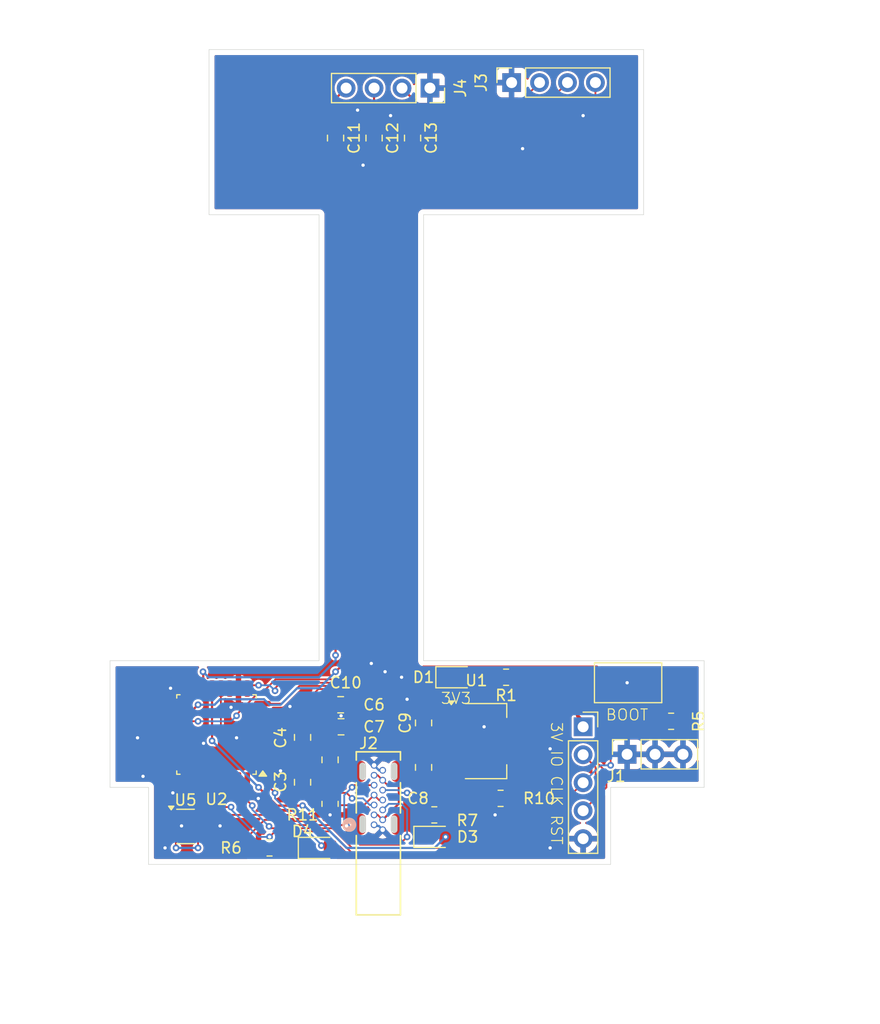
<source format=kicad_pcb>
(kicad_pcb (version 20240108) (generator "pcbnew") (generator_version "8.0")
  (layers (0 "F.Cu" signal) (31 "B.Cu" signal) (34 "B.Paste" user) (35 "F.Paste" user) (36 "B.SilkS" user "B.Silkscreen") (37 "F.SilkS" user "F.Silkscreen") (38 "B.Mask" user) (39 "F.Mask" user) (44 "Edge.Cuts" user))
  (net 0 "")
  (net 1 "VDD_3V")
  (net 2 "GND")
  (net 3 "VDDA_5V")
  (net 4 "NRST")
  (net 5 "/BTN_KEY")
  (net 6 "/BTN_HI")
  (net 7 "/BTN_LO")
  (net 8 "Net-(D1-A)")
  (net 9 "USR_LED_2")
  (net 10 "Net-(D3-K)")
  (net 11 "USR_LED_1")
  (net 12 "Net-(D4-K)")
  (net 13 "D_P")
  (net 14 "D_N")
  (net 15 "Net-(J2-CC2)")
  (net 16 "Net-(J2-CC1)")
  (net 17 "Net-(J3-Pin_3)")
  (net 18 "Net-(J3-Pin_2)")
  (net 19 "Net-(J3-Pin_4)")
  (net 20 "SWDIO")
  (net 21 "SWDCLK")
  (footprint "Resistor_SMD:R_0805_2012Metric_Pad1.20x1.40mm_HandSolder" (layer "F.Cu") (at 175.975 93.5)
    (property "Reference" "R7" (at 3 0.5 0) (layer "F.SilkS"))
    (property "Value" "5k")
    (pad "1" smd roundrect (at -1 0) (size 1.2 1.4) (layers "F.Cu" "F.Paste" "F.Mask") (roundrect_rratio 0.208333) (net 10 "Net-(D3-K)"))
    (pad "2" smd roundrect (at 1 0) (size 1.2 1.4) (layers "F.Cu" "F.Paste" "F.Mask") (roundrect_rratio 0.208333) (net 2 "GND"))
  )
  (footprint "Capacitor_SMD:C_0805_2012Metric_Pad1.18x1.45mm_HandSolder" (layer "F.Cu") (at 170.5 32.0375 -90)
    (property "Reference" "C12" (at 0 -1.68 90) (layer "F.SilkS"))
    (property "Value" "100nF")
    (pad "1" smd roundrect (at -1.0375 0 270) (size 1.175 1.45) (layers "F.Cu" "F.Paste" "F.Mask") (roundrect_rratio 0.212766) (net 6 "/BTN_HI"))
    (pad "2" smd roundrect (at 1.0375 0 270) (size 1.175 1.45) (layers "F.Cu" "F.Paste" "F.Mask") (roundrect_rratio 0.212766) (net 2 "GND"))
  )
  (footprint "Capacitor_SMD:C_0805_2012Metric_Pad1.18x1.45mm_HandSolder" (layer "F.Cu") (at 164 90.5375 -90)
    (property "Reference" "C3" (at -0.0375 2 90) (layer "F.SilkS"))
    (property "Value" "100n")
    (pad "1" smd roundrect (at -1.0375 0 270) (size 1.175 1.45) (layers "F.Cu" "F.Paste" "F.Mask") (roundrect_rratio 0.212766) (net 1 "VDD_3V"))
    (pad "2" smd roundrect (at 1.0375 0 270) (size 1.175 1.45) (layers "F.Cu" "F.Paste" "F.Mask") (roundrect_rratio 0.212766) (net 2 "GND"))
  )
  (footprint "Capacitor_SMD:C_0805_2012Metric_Pad1.18x1.45mm_HandSolder" (layer "F.Cu") (at 175 89.1875 -90)
    (property "Reference" "C8" (at 2.8125 0.5 180) (layer "F.SilkS"))
    (property "Value" "10uF")
    (pad "1" smd roundrect (at -1.0375 0 270) (size 1.175 1.45) (layers "F.Cu" "F.Paste" "F.Mask") (roundrect_rratio 0.212766) (net 3 "VDDA_5V"))
    (pad "2" smd roundrect (at 1.0375 0 270) (size 1.175 1.45) (layers "F.Cu" "F.Paste" "F.Mask") (roundrect_rratio 0.212766) (net 2 "GND"))
  )
  (footprint "LED_SMD:LED_0805_2012Metric_Pad1.15x1.40mm_HandSolder" (layer "F.Cu") (at 165.475 96.5)
    (property "Reference" "D4" (at -1.475 -1.5 0) (layer "F.SilkS"))
    (property "Value" "USR LED 1")
    (pad "1" smd roundrect (at -1.025 0) (size 1.15 1.4) (layers "F.Cu" "F.Paste" "F.Mask") (roundrect_rratio 0.217391) (net 12 "Net-(D4-K)"))
    (pad "2" smd roundrect (at 1.025 0) (size 1.15 1.4) (layers "F.Cu" "F.Paste" "F.Mask") (roundrect_rratio 0.217391) (net 11 "USR_LED_1"))
  )
  (footprint "Package_TO_SOT_SMD:SOT-223-3_TabPin2" (layer "F.Cu") (at 180.65 86.8)
    (property "Reference" "U1" (at -0.85 -5.5 0) (layer "F.SilkS"))
    (property "Value" "LD1117S33TR_SOT223")
    (pad "1" smd roundrect (at -3.15 -2.3) (size 2 1.5) (layers "F.Cu" "F.Paste" "F.Mask") (net 2 "GND"))
    (pad "2" smd roundrect (at -3.15 0) (size 2 1.5) (layers "F.Cu" "F.Paste" "F.Mask") (net 1 "VDD_3V"))
    (pad "2" smd roundrect (at 3.15 0) (size 2 3.8) (layers "F.Cu" "F.Paste" "F.Mask") (net 1 "VDD_3V"))
    (pad "3" smd roundrect (at -3.15 2.3) (size 2 1.5) (layers "F.Cu" "F.Paste" "F.Mask") (net 3 "VDDA_5V"))
  )
  (footprint "Connector_PinSocket_2.54mm:PinSocket_1x05_P2.54mm_Vertical" (layer "F.Cu") (at 189.5 85.5)
    (property "Reference" "J5" (hide yes))
    (property "Value" "Conn_01x05_Pin")
    (pad "1" thru_hole rect (at 0 0) (size 1.7 1.7) (drill 1) (layers "*.Cu" "*.Mask") (net 1 "VDD_3V"))
    (pad "2" thru_hole oval (at 0 2.54) (size 1.7 1.7) (drill 1) (layers "*.Cu" "*.Mask") (net 20 "SWDIO"))
    (pad "3" thru_hole oval (at 0 5.08) (size 1.7 1.7) (drill 1) (layers "*.Cu" "*.Mask") (net 21 "SWDCLK"))
    (pad "4" thru_hole oval (at 0 7.62) (size 1.7 1.7) (drill 1) (layers "*.Cu" "*.Mask") (net 4 "NRST"))
    (pad "5" thru_hole oval (at 0 10.16) (size 1.7 1.7) (drill 1) (layers "*.Cu" "*.Mask") (net 2 "GND"))
  )
  (footprint "Package_TO_SOT_SMD:SOT-23-6" (layer "F.Cu") (at 153.3625 94.55)
    (property "Reference" "U5" (at 0 -2.4 0) (layer "F.SilkS"))
    (property "Value" "USBLC6-2SC6")
    (pad "1" smd roundrect (at -1.1375 -0.95) (size 1.325 0.6) (layers "F.Cu" "F.Paste" "F.Mask") (net 13 "D_P"))
    (pad "2" smd roundrect (at -1.1375 0) (size 1.325 0.6) (layers "F.Cu" "F.Paste" "F.Mask") (net 2 "GND"))
    (pad "3" smd roundrect (at -1.1375 0.95) (size 1.325 0.6) (layers "F.Cu" "F.Paste" "F.Mask") (net 14 "D_N"))
    (pad "4" smd roundrect (at 1.1375 0.95) (size 1.325 0.6) (layers "F.Cu" "F.Paste" "F.Mask") (net 14 "D_N"))
    (pad "5" smd roundrect (at 1.1375 0) (size 1.325 0.6) (layers "F.Cu" "F.Paste" "F.Mask"))
    (pad "6" smd roundrect (at 1.1375 -0.95) (size 1.325 0.6) (layers "F.Cu" "F.Paste" "F.Mask") (net 13 "D_P"))
  )
  (footprint "Connector_PinSocket_2.54mm:PinSocket_1x03_P2.54mm_Vertical" (layer "F.Cu") (at 193.5 88 90)
    (property "Reference" "J1" (at -2 -1 180) (layer "F.SilkS"))
    (property "Value" "Gnd")
    (pad "1" thru_hole rect (at 0 0 90) (size 1.7 1.7) (drill 1) (layers "*.Cu" "*.Mask") (net 2 "GND"))
    (pad "2" thru_hole oval (at 0 2.54 90) (size 1.7 1.7) (drill 1) (layers "*.Cu" "*.Mask") (net 2 "GND"))
    (pad "3" thru_hole oval (at 0 5.08 90) (size 1.7 1.7) (drill 1) (layers "*.Cu" "*.Mask") (net 2 "GND"))
  )
  (footprint "Resistor_SMD:R_0805_2012Metric_Pad1.20x1.40mm_HandSolder" (layer "F.Cu") (at 182 92)
    (property "Reference" "R10" (at 3.5 0 0) (layer "F.SilkS"))
    (property "Value" "5k")
    (pad "1" smd roundrect (at -1 0) (size 1.2 1.4) (layers "F.Cu" "F.Paste" "F.Mask") (roundrect_rratio 0.208333) (net 15 "Net-(J2-CC2)"))
    (pad "2" smd roundrect (at 1 0) (size 1.2 1.4) (layers "F.Cu" "F.Paste" "F.Mask") (roundrect_rratio 0.208333) (net 2 "GND"))
  )
  (footprint "LED_SMD:LED_0805_2012Metric_Pad1.15x1.40mm_HandSolder" (layer "F.Cu") (at 177.975 81)
    (property "Reference" "D1" (at -2.975 0 0) (layer "F.SilkS"))
    (property "Value" "LED 3V")
    (pad "1" smd roundrect (at -1.025 0) (size 1.15 1.4) (layers "F.Cu" "F.Paste" "F.Mask") (roundrect_rratio 0.217391) (net 2 "GND"))
    (pad "2" smd roundrect (at 1.025 0) (size 1.15 1.4) (layers "F.Cu" "F.Paste" "F.Mask") (roundrect_rratio 0.217391) (net 8 "Net-(D1-A)"))
  )
  (footprint "Capacitor_SMD:C_0805_2012Metric_Pad1.18x1.45mm_HandSolder" (layer "F.Cu") (at 167 32.0375 -90)
    (property "Reference" "C11" (at 0 -1.68 90) (layer "F.SilkS"))
    (property "Value" "100nF")
    (pad "1" smd roundrect (at -1.0375 0 270) (size 1.175 1.45) (layers "F.Cu" "F.Paste" "F.Mask") (roundrect_rratio 0.212766) (net 5 "/BTN_KEY"))
    (pad "2" smd roundrect (at 1.0375 0 270) (size 1.175 1.45) (layers "F.Cu" "F.Paste" "F.Mask") (roundrect_rratio 0.212766) (net 2 "GND"))
  )
  (footprint "Resistor_SMD:R_0805_2012Metric_Pad1.20x1.40mm_HandSolder" (layer "F.Cu") (at 182.5 81 180)
    (property "Reference" "R1" (at 0 -1.65 0) (layer "F.SilkS"))
    (property "Value" "1K")
    (pad "1" smd roundrect (at -1 0 180) (size 1.2 1.4) (layers "F.Cu" "F.Paste" "F.Mask") (roundrect_rratio 0.208333) (net 1 "VDD_3V"))
    (pad "2" smd roundrect (at 1 0 180) (size 1.2 1.4) (layers "F.Cu" "F.Paste" "F.Mask") (roundrect_rratio 0.208333) (net 8 "Net-(D1-A)"))
  )
  (footprint "Capacitor_SMD:C_0805_2012Metric_Pad1.18x1.45mm_HandSolder" (layer "F.Cu") (at 174 32.0375 -90)
    (property "Reference" "C13" (at 0 -1.68 90) (layer "F.SilkS"))
    (property "Value" "100nF")
    (pad "1" smd roundrect (at -1.0375 0 270) (size 1.175 1.45) (layers "F.Cu" "F.Paste" "F.Mask") (roundrect_rratio 0.212766) (net 7 "/BTN_LO"))
    (pad "2" smd roundrect (at 1.0375 0 270) (size 1.175 1.45) (layers "F.Cu" "F.Paste" "F.Mask") (roundrect_rratio 0.212766) (net 2 "GND"))
  )
  (footprint "Capacitor_SMD:C_0805_2012Metric_Pad1.18x1.45mm_HandSolder" (layer "F.Cu") (at 166.5 88.5 -90)
    (property "Reference" "C6" (at -5 -4 180) (layer "F.SilkS"))
    (property "Value" "4.7uF")
    (pad "1" smd roundrect (at -1.0375 0 270) (size 1.175 1.45) (layers "F.Cu" "F.Paste" "F.Mask") (roundrect_rratio 0.212766) (net 1 "VDD_3V"))
    (pad "2" smd roundrect (at 1.0375 0 270) (size 1.175 1.45) (layers "F.Cu" "F.Paste" "F.Mask") (roundrect_rratio 0.212766) (net 2 "GND"))
  )
  (footprint "Resistor_SMD:R_0805_2012Metric_Pad1.20x1.40mm_HandSolder" (layer "F.Cu") (at 161 96.5 180)
    (property "Reference" "R6" (at 3.5 0 0) (layer "F.SilkS"))
    (property "Value" "5k")
    (pad "1" smd roundrect (at -1 0 180) (size 1.2 1.4) (layers "F.Cu" "F.Paste" "F.Mask") (roundrect_rratio 0.208333) (net 12 "Net-(D4-K)"))
    (pad "2" smd roundrect (at 1 0 180) (size 1.2 1.4) (layers "F.Cu" "F.Paste" "F.Mask") (roundrect_rratio 0.208333) (net 2 "GND"))
  )
  (footprint "Capacitor_SMD:C_0805_2012Metric_Pad1.18x1.45mm_HandSolder" (layer "F.Cu") (at 167.4625 83.5)
    (property "Reference" "C10" (at 0.4625 -2 0) (layer "F.SilkS"))
    (property "Value" "100nF")
    (pad "1" smd roundrect (at -1.0375 0) (size 1.175 1.45) (layers "F.Cu" "F.Paste" "F.Mask") (roundrect_rratio 0.212766) (net 4 "NRST"))
    (pad "2" smd roundrect (at 1.0375 0) (size 1.175 1.45) (layers "F.Cu" "F.Paste" "F.Mask") (roundrect_rratio 0.212766) (net 2 "GND"))
  )
  (footprint "Resistor_SMD:R_0805_2012Metric_Pad1.20x1.40mm_HandSolder" (layer "F.Cu") (at 166.5 92.5 -90)
    (property "Reference" "R11" (at 1 2.5 180) (layer "F.SilkS"))
    (property "Value" "5k")
    (pad "1" smd roundrect (at -1 0 270) (size 1.2 1.4) (layers "F.Cu" "F.Paste" "F.Mask") (roundrect_rratio 0.208333) (net 16 "Net-(J2-CC1)"))
    (pad "2" smd roundrect (at 1 0 270) (size 1.2 1.4) (layers "F.Cu" "F.Paste" "F.Mask") (roundrect_rratio 0.208333) (net 2 "GND"))
  )
  (footprint "Connector_PinSocket_2.54mm:PinSocket_1x04_P2.54mm_Vertical" (layer "F.Cu") (at 183 27 90)
    (property "Reference" "J3" (at 0 -2.77 90) (layer "F.SilkS"))
    (property "Value" "Extra Pins")
    (pad "1" thru_hole rect (at 0 0 90) (size 1.7 1.7) (drill 1) (layers "*.Cu" "*.Mask") (net 2 "GND"))
    (pad "2" thru_hole oval (at 0 2.54 90) (size 1.7 1.7) (drill 1) (layers "*.Cu" "*.Mask") (net 18 "Net-(J3-Pin_2)"))
    (pad "3" thru_hole oval (at 0 5.08 90) (size 1.7 1.7) (drill 1) (layers "*.Cu" "*.Mask") (net 17 "Net-(J3-Pin_3)"))
    (pad "4" thru_hole oval (at 0 7.62 90) (size 1.7 1.7) (drill 1) (layers "*.Cu" "*.Mask") (net 19 "Net-(J3-Pin_4)"))
  )
  (footprint "LED_SMD:LED_0805_2012Metric_Pad1.15x1.40mm_HandSolder" (layer "F.Cu") (at 175.975 95.5)
    (property "Reference" "D3" (at 3.025 0 0) (layer "F.SilkS"))
    (property "Value" "USR LED 2")
    (pad "1" smd roundrect (at -1.025 0) (size 1.15 1.4) (layers "F.Cu" "F.Paste" "F.Mask") (roundrect_rratio 0.217391) (net 10 "Net-(D3-K)"))
    (pad "2" smd roundrect (at 1.025 0) (size 1.15 1.4) (layers "F.Cu" "F.Paste" "F.Mask") (roundrect_rratio 0.217391) (net 9 "USR_LED_2"))
  )
  (footprint "Resistor_SMD:R_0805_2012Metric_Pad1.20x1.40mm_HandSolder" (layer "F.Cu") (at 197.5 85)
    (property "Reference" "R5" (at 2.5 0 90) (layer "F.SilkS"))
    (property "Value" "5k")
    (pad "1" smd roundrect (at -1 0) (size 1.2 1.4) (layers "F.Cu" "F.Paste" "F.Mask") (roundrect_rratio 0.208333) (net 21 "SWDCLK"))
    (pad "2" smd roundrect (at 1 0) (size 1.2 1.4) (layers "F.Cu" "F.Paste" "F.Mask") (roundrect_rratio 0.208333) (net 2 "GND"))
  )
  (footprint "USB:216989-0001_MOL" (layer "F.Cu") (at 170.5 94.399999)
    (property "Reference" "J2" (at -0.5 -7.399999 0) (layer "F.SilkS"))
    (property "Value" "2169890001")
    (fp_line (start -1.04 -4.3547) (end -1.04 -5.3453) (stroke (width 0.6096)) (layer "Edge.Cuts"))
    (fp_line (start -1.04 0.4453) (end -1.04 -0.5453) (stroke (width 0.6096)) (layer "Edge.Cuts"))
    (fp_line (start 1.82 -4.354701) (end 1.82 -5.345301) (stroke (width 0.6096)) (layer "Edge.Cuts"))
    (fp_line (start 1.82 0.4453) (end 1.82 -0.5453) (stroke (width 0.6096)) (layer "Edge.Cuts"))
    (pad "15" smd oval (at -1.2 -4.850001) (size 0.889 1.905) (layers "F.Cu" "F.Paste" "F.Mask"))
    (pad "16" smd oval (at 2 -4.850001) (size 0.889 1.905) (layers "F.Cu" "F.Paste" "F.Mask"))
    (pad "17" smd oval (at -1.2 -0.05) (size 0.889 1.905) (layers "F.Cu" "F.Paste" "F.Mask"))
    (pad "18" smd oval (at 2 -0.05) (size 0.889 1.905) (layers "F.Cu" "F.Paste" "F.Mask"))
    (pad "A1" thru_hole circle (at 0 0) (size 0.6096 0.6096) (drill 0.4064) (layers "*.Cu" "*.Mask") (net 2 "GND"))
    (pad "A4" thru_hole circle (at 0 -0.900001) (size 0.6096 0.6096) (drill 0.4064) (layers "*.Cu" "*.Mask") (net 3 "VDDA_5V"))
    (pad "A5" thru_hole circle (at 0 -1.799999) (size 0.6096 0.6096) (drill 0.4064) (layers "*.Cu" "*.Mask") (net 16 "Net-(J2-CC1)"))
    (pad "A6" thru_hole circle (at 0 -2.7) (size 0.6096 0.6096) (drill 0.4064) (layers "*.Cu" "*.Mask") (net 13 "D_P"))
    (pad "A7" thru_hole circle (at 0 -3.6) (size 0.6096 0.6096) (drill 0.4064) (layers "*.Cu" "*.Mask") (net 14 "D_N"))
    (pad "A9" thru_hole circle (at 0 -4.499999) (size 0.6096 0.6096) (drill 0.4064) (layers "*.Cu" "*.Mask") (net 3 "VDDA_5V"))
    (pad "A12" thru_hole circle (at 0 -5.399999) (size 0.6096 0.6096) (drill 0.4064) (layers "*.Cu" "*.Mask") (net 2 "GND"))
    (pad "B1" thru_hole circle (at 0.780001 -4.949999) (size 0.6096 0.6096) (drill 0.4064) (layers "*.Cu" "*.Mask") (net 2 "GND"))
    (pad "B4" thru_hole circle (at 0.780001 -4.049999) (size 0.6096 0.6096) (drill 0.4064) (layers "*.Cu" "*.Mask") (net 3 "VDDA_5V"))
    (pad "B5" thru_hole circle (at 0.780001 -3.15) (size 0.6096 0.6096) (drill 0.4064) (layers "*.Cu" "*.Mask") (net 15 "Net-(J2-CC2)"))
    (pad "B6" thru_hole circle (at 0.780001 -2.25) (size 0.6096 0.6096) (drill 0.4064) (layers "*.Cu" "*.Mask") (net 13 "D_P"))
    (pad "B7" thru_hole circle (at 0.780001 -1.349999) (size 0.6096 0.6096) (drill 0.4064) (layers "*.Cu" "*.Mask") (net 14 "D_N"))
    (pad "B9" thru_hole circle (at 0.780001 -0.450001) (size 0.6096 0.6096) (drill 0.4064) (layers "*.Cu" "*.Mask") (net 3 "VDDA_5V"))
    (pad "B12" thru_hole circle (at 0.780001 0.45) (size 0.6096 0.6096) (drill 0.4064) (layers "*.Cu" "*.Mask") (net 2 "GND"))
  )
  (footprint "Button_Switch_SMD:SW_SPST_FSMSM" (layer "F.Cu") (at 193.59 81.5 180)
    (property "Reference" "SW8" (hide yes))
    (property "Value" "SW_SPST BOOT")
    (pad "1" smd rect (at -4.59 0 180) (size 2.18 1.6) (layers "F.Cu" "F.Paste" "F.Mask") (net 21 "SWDCLK"))
    (pad "2" smd rect (at 4.59 0 180) (size 2.18 1.6) (layers "F.Cu" "F.Paste" "F.Mask") (net 1 "VDD_3V"))
  )
  (footprint "Capacitor_SMD:C_0805_2012Metric_Pad1.18x1.45mm_HandSolder" (layer "F.Cu") (at 175 85.15 90)
    (property "Reference" "C9" (at 0 -1.68 90) (layer "F.SilkS"))
    (property "Value" "10uF")
    (pad "1" smd roundrect (at -1.0375 0 90) (size 1.175 1.45) (layers "F.Cu" "F.Paste" "F.Mask") (roundrect_rratio 0.212766) (net 1 "VDD_3V"))
    (pad "2" smd roundrect (at 1.0375 0 90) (size 1.175 1.45) (layers "F.Cu" "F.Paste" "F.Mask") (roundrect_rratio 0.212766) (net 2 "GND"))
  )
  (footprint "Capacitor_SMD:C_0805_2012Metric_Pad1.18x1.45mm_HandSolder" (layer "F.Cu") (at 167.5 85.5)
    (property "Reference" "C7" (at 3 0 0) (layer "F.SilkS"))
    (property "Value" "4.7Uf")
    (pad "1" smd roundrect (at -1.0375 0) (size 1.175 1.45) (layers "F.Cu" "F.Paste" "F.Mask") (roundrect_rratio 0.212766) (net 1 "VDD_3V"))
    (pad "2" smd roundrect (at 1.0375 0) (size 1.175 1.45) (layers "F.Cu" "F.Paste" "F.Mask") (roundrect_rratio 0.212766) (net 2 "GND"))
  )
  (footprint "Capacitor_SMD:C_0805_2012Metric_Pad1.18x1.45mm_HandSolder" (layer "F.Cu") (at 164 86.4625 90)
    (property "Reference" "C4" (at -0.0375 -2 90) (layer "F.SilkS"))
    (property "Value" "100n")
    (pad "1" smd roundrect (at -1.0375 0 90) (size 1.175 1.45) (layers "F.Cu" "F.Paste" "F.Mask") (roundrect_rratio 0.212766) (net 1 "VDD_3V"))
    (pad "2" smd roundrect (at 1.0375 0 90) (size 1.175 1.45) (layers "F.Cu" "F.Paste" "F.Mask") (roundrect_rratio 0.212766) (net 2 "GND"))
  )
  (footprint "Package_QFP:LQFP-32_7x7mm_P0.8mm" (layer "F.Cu") (at 156.175 86.2 180)
    (property "Reference" "U2" (at 0 -5.88 0) (layer "F.SilkS"))
    (property "Value" "STM32C071KBTx")
    (pad "1" smd roundrect (at -4.175 -2.8 180) (size 1.5 0.5) (layers "F.Cu" "F.Paste" "F.Mask"))
    (pad "2" smd roundrect (at -4.175 -2 180) (size 1.5 0.5) (layers "F.Cu" "F.Paste" "F.Mask"))
    (pad "3" smd roundrect (at -4.175 -1.2 180) (size 1.5 0.5) (layers "F.Cu" "F.Paste" "F.Mask"))
    (pad "4" smd roundrect (at -4.175 -0.4 180) (size 1.5 0.5) (layers "F.Cu" "F.Paste" "F.Mask") (net 1 "VDD_3V"))
    (pad "5" smd roundrect (at -4.175 0.4 180) (size 1.5 0.5) (layers "F.Cu" "F.Paste" "F.Mask") (net 2 "GND"))
    (pad "6" smd roundrect (at -4.175 1.2 180) (size 1.5 0.5) (layers "F.Cu" "F.Paste" "F.Mask") (net 4 "NRST"))
    (pad "7" smd roundrect (at -4.175 2 180) (size 1.5 0.5) (layers "F.Cu" "F.Paste" "F.Mask") (net 19 "Net-(J3-Pin_4)"))
    (pad "8" smd roundrect (at -4.175 2.8 180) (size 1.5 0.5) (layers "F.Cu" "F.Paste" "F.Mask") (net 17 "Net-(J3-Pin_3)"))
    (pad "9" smd roundrect (at -2.8 4.175 180) (size 0.5 1.5) (layers "F.Cu" "F.Paste" "F.Mask") (net 18 "Net-(J3-Pin_2)"))
    (pad "10" smd roundrect (at -2 4.175 180) (size 0.5 1.5) (layers "F.Cu" "F.Paste" "F.Mask") (net 2 "GND"))
    (pad "11" smd roundrect (at -1.2 4.175 180) (size 0.5 1.5) (layers "F.Cu" "F.Paste" "F.Mask"))
    (pad "12" smd roundrect (at -0.4 4.175 180) (size 0.5 1.5) (layers "F.Cu" "F.Paste" "F.Mask") (net 11 "USR_LED_1"))
    (pad "13" smd roundrect (at 0.4 4.175 180) (size 0.5 1.5) (layers "F.Cu" "F.Paste" "F.Mask") (net 9 "USR_LED_2"))
    (pad "14" smd roundrect (at 1.2 4.175 180) (size 0.5 1.5) (layers "F.Cu" "F.Paste" "F.Mask") (net 5 "/BTN_KEY"))
    (pad "15" smd roundrect (at 2 4.175 180) (size 0.5 1.5) (layers "F.Cu" "F.Paste" "F.Mask"))
    (pad "16" smd roundrect (at 2.8 4.175 180) (size 0.5 1.5) (layers "F.Cu" "F.Paste" "F.Mask"))
    (pad "17" smd roundrect (at 4.175 2.8 180) (size 1.5 0.5) (layers "F.Cu" "F.Paste" "F.Mask"))
    (pad "18" smd roundrect (at 4.175 2 180) (size 1.5 0.5) (layers "F.Cu" "F.Paste" "F.Mask") (net 6 "/BTN_HI"))
    (pad "19" smd roundrect (at 4.175 1.2 180) (size 1.5 0.5) (layers "F.Cu" "F.Paste" "F.Mask") (net 7 "/BTN_LO"))
    (pad "20" smd roundrect (at 4.175 0.4 180) (size 1.5 0.5) (layers "F.Cu" "F.Paste" "F.Mask"))
    (pad "21" smd roundrect (at 4.175 -0.4 180) (size 1.5 0.5) (layers "F.Cu" "F.Paste" "F.Mask"))
    (pad "22" smd roundrect (at 4.175 -1.2 180) (size 1.5 0.5) (layers "F.Cu" "F.Paste" "F.Mask") (net 14 "D_N"))
    (pad "23" smd roundrect (at 4.175 -2 180) (size 1.5 0.5) (layers "F.Cu" "F.Paste" "F.Mask") (net 13 "D_P"))
    (pad "24" smd roundrect (at 4.175 -2.8 180) (size 1.5 0.5) (layers "F.Cu" "F.Paste" "F.Mask") (net 20 "SWDIO"))
    (pad "25" smd roundrect (at 2.8 -4.175 180) (size 0.5 1.5) (layers "F.Cu" "F.Paste" "F.Mask") (net 21 "SWDCLK"))
    (pad "26" smd roundrect (at 2 -4.175 180) (size 0.5 1.5) (layers "F.Cu" "F.Paste" "F.Mask"))
    (pad "27" smd roundrect (at 1.2 -4.175 180) (size 0.5 1.5) (layers "F.Cu" "F.Paste" "F.Mask"))
    (pad "28" smd roundrect (at 0.4 -4.175 180) (size 0.5 1.5) (layers "F.Cu" "F.Paste" "F.Mask"))
    (pad "29" smd roundrect (at -0.4 -4.175 180) (size 0.5 1.5) (layers "F.Cu" "F.Paste" "F.Mask"))
    (pad "30" smd roundrect (at -1.2 -4.175 180) (size 0.5 1.5) (layers "F.Cu" "F.Paste" "F.Mask"))
    (pad "31" smd roundrect (at -2 -4.175 180) (size 0.5 1.5) (layers "F.Cu" "F.Paste" "F.Mask"))
    (pad "32" smd roundrect (at -2.8 -4.175 180) (size 0.5 1.5) (layers "F.Cu" "F.Paste" "F.Mask"))
  )
  (footprint "Connector_PinSocket_2.54mm:PinSocket_1x04_P2.54mm_Vertical" (layer "F.Cu") (at 175.58 27.5 -90)
    (property "Reference" "J4" (at 0 -2.77 90) (layer "F.SilkS"))
    (property "Value" "Buttons")
    (pad "1" thru_hole rect (at 0 0 270) (size 1.7 1.7) (drill 1) (layers "*.Cu" "*.Mask") (net 2 "GND"))
    (pad "2" thru_hole oval (at 0 2.54 270) (size 1.7 1.7) (drill 1) (layers "*.Cu" "*.Mask") (net 7 "/BTN_LO"))
    (pad "3" thru_hole oval (at 0 5.08 270) (size 1.7 1.7) (drill 1) (layers "*.Cu" "*.Mask") (net 6 "/BTN_HI"))
    (pad "4" thru_hole oval (at 0 7.62 270) (size 1.7 1.7) (drill 1) (layers "*.Cu" "*.Mask") (net 5 "/BTN_KEY"))
  )
  (gr_line (start 155.5 24) (end 195 24) (stroke (width 0.05)) (layer "Edge.Cuts"))
  (gr_line (start 150 91) (end 146.5 91) (stroke (width 0.05)) (layer "Edge.Cuts"))
  (gr_line (start 200.5 79.5) (end 175 79.5) (stroke (width 0.05)) (layer "Edge.Cuts"))
  (gr_line (start 195 39) (end 195 24) (stroke (width 0.05)) (layer "Edge.Cuts"))
  (gr_line (start 146.5 79.5) (end 165.5 79.5) (stroke (width 0.05)) (layer "Edge.Cuts"))
  (gr_line (start 200.5 91) (end 200.5 79.5) (stroke (width 0.05)) (layer "Edge.Cuts"))
  (gr_line (start 192 91) (end 200.5 91) (stroke (width 0.05)) (layer "Edge.Cuts"))
  (gr_line (start 175 39) (end 195 39) (stroke (width 0.05)) (layer "Edge.Cuts"))
  (gr_line (start 192 98) (end 192 91) (stroke (width 0.05)) (layer "Edge.Cuts"))
  (gr_line (start 146.5 91) (end 146.5 79.5) (stroke (width 0.05)) (layer "Edge.Cuts"))
  (gr_line (start 150 98) (end 150 91) (stroke (width 0.05)) (layer "Edge.Cuts"))
  (gr_line (start 165.5 39) (end 155.5 39) (stroke (width 0.05)) (layer "Edge.Cuts"))
  (gr_line (start 155.5 39) (end 155.5 24) (stroke (width 0.05)) (layer "Edge.Cuts"))
  (gr_line (start 192 98) (end 150 98) (stroke (width 0.05)) (layer "Edge.Cuts"))
  (gr_line (start 175 79.5) (end 175 39) (stroke (width 0.05)) (layer "Edge.Cuts"))
  (gr_line (start 165.5 79.5) (end 165.5 39) (stroke (width 0.05)) (layer "Edge.Cuts"))
  (gr_text "3V IO CLK RST\n" (at 186.5 85 -90) (layer "F.SilkS") (effects (font (size 1 1) (thickness 0.1)) (justify left bottom)))
  (gr_text "3V3\n" (at 176.5 83.5 0) (layer "F.SilkS") (effects (font (size 1 1) (thickness 0.1)) (justify left bottom)))
  (gr_text "BOOT\n" (at 191.5 85 0) (layer "F.SilkS") (effects (font (size 1 1) (thickness 0.1)) (justify left bottom)))
  (segment (start 184.5 81.5) (end 189 81.5) (width 0.3) (layer "F.Cu") (net 1))
  (segment (start 166.5 87.4625) (end 166.5 85.5375) (width 0.2) (layer "F.Cu") (net 1))
  (segment (start 166.4625 87.5) (end 166.5 87.4625) (width 0.2) (layer "F.Cu") (net 1))
  (segment (start 161.6 86.6) (end 162.5 87.5) (width 0.2) (layer "F.Cu") (net 1))
  (segment (start 172.2375 86.6875) (end 172.3125 86.6875) (width 0.3) (layer "F.Cu") (net 1))
  (segment (start 175 86.1875) (end 175.6875 86.1875) (width 0.3) (layer "F.Cu") (net 1))
  (segment (start 162.5 87.5) (end 164 87.5) (width 0.2) (layer "F.Cu") (net 1))
  (segment (start 172.8125 86.1875) (end 175 86.1875) (width 0.3) (layer "F.Cu") (net 1))
  (segment (start 183.5 81) (end 184 81) (width 0.3) (layer "F.Cu") (net 1))
  (segment (start 189.5 85) (end 189 84.5) (width 0.3) (layer "F.Cu") (net 1))
  (segment (start 172.3125 86.6875) (end 172.8125 86.1875) (width 0.3) (layer "F.Cu") (net 1))
  (segment (start 177.5 87.3) (end 183.8 87.3) (width 0.3) (layer "F.Cu") (net 1))
  (segment (start 164 87.5) (end 164 89.5) (width 0.2) (layer "F.Cu") (net 1))
  (segment (start 184 81) (end 184.5 81.5) (width 0.3) (layer "F.Cu") (net 1))
  (segment (start 160.35 86.6) (end 161.6 86.6) (width 0.2) (layer "F.Cu") (net 1))
  (segment (start 164 87.5) (end 166.4625 87.5) (width 0.2) (layer "F.Cu") (net 1))
  (segment (start 183.8 84.3) (end 183.5 84) (width 0.3) (layer "F.Cu") (net 1))
  (segment (start 176.3 86.8) (end 177.5 86.8) (width 0.3) (layer "F.Cu") (net 1))
  (segment (start 183.8 87.3) (end 183.8 84.3) (width 0.3) (layer "F.Cu") (net 1))
  (segment (start 189.5 85.5) (end 189.5 85) (width 0.3) (layer "F.Cu") (net 1))
  (segment (start 183.5 84) (end 183.5 81) (width 0.3) (layer "F.Cu") (net 1))
  (segment (start 171.4625 87.4625) (end 172.2375 86.6875) (width 0.3) (layer "F.Cu") (net 1))
  (segment (start 175.6875 86.1875) (end 176.3 86.8) (width 0.3) (layer "F.Cu") (net 1))
  (segment (start 166.5 87.4625) (end 171.4625 87.4625) (width 0.3) (layer "F.Cu") (net 1))
  (segment (start 189 84.5) (end 189 81.5) (width 0.3) (layer "F.Cu") (net 1))
  (segment (start 175 90.725) (end 178.775 90.725) (width 0.2) (layer "F.Cu") (net 2))
  (segment (start 178.775 90.725) (end 179 90.5) (width 0.2) (layer "F.Cu") (net 2))
  (via (at 171.5 80.5) (size 0.6) (drill 0.3) (layers "F.Cu" "B.Cu") (net 2))
  (via (at 162 89.5) (size 0.6) (drill 0.3) (layers "F.Cu" "B.Cu") (net 2))
  (via (at 172 30) (size 0.6) (drill 0.3) (layers "F.Cu" "B.Cu") (net 2))
  (via (at 189.5 30) (size 0.6) (drill 0.3) (layers "F.Cu" "B.Cu") (net 2))
  (via (at 186.5 96.5) (size 0.6) (drill 0.3) (layers "F.Cu" "B.Cu") (net 2))
  (via (at 180.5 85.5) (size 0.6) (drill 0.3) (layers "F.Cu" "B.Cu") (net 2))
  (via (at 170.247954 79.747954) (size 0.6) (drill 0.3) (layers "F.Cu" "B.Cu") (net 2))
  (via (at 173 81) (size 0.6) (drill 0.3) (layers "F.Cu" "B.Cu") (net 2))
  (via (at 162.853575 83.65461) (size 0.6) (drill 0.3) (layers "F.Cu" "B.Cu") (net 2))
  (via (at 186.5 87.5) (size 0.6) (drill 0.3) (layers "F.Cu" "B.Cu") (net 2))
  (via (at 153 94.5) (size 0.6) (drill 0.3) (layers "F.Cu" "B.Cu") (net 2))
  (via (at 184 33) (size 0.6) (drill 0.3) (layers "F.Cu" "B.Cu") (net 2))
  (via (at 166.5 93.5) (size 0.6) (drill 0.3) (layers "F.Cu" "B.Cu") (net 2))
  (via (at 159.977283 92.009659) (size 0.6) (drill 0.3) (layers "F.Cu" "B.Cu") (net 2))
  (via (at 149 86.5) (size 0.6) (drill 0.3) (layers "F.Cu" "B.Cu") (net 2))
  (via (at 158 86.5) (size 0.6) (drill 0.3) (layers "F.Cu" "B.Cu") (net 2))
  (via (at 173.5 83) (size 0.6) (drill 0.3) (layers "F.Cu" "B.Cu") (net 2))
  (via (at 155 87) (size 0.6) (drill 0.3) (layers "F.Cu" "B.Cu") (net 2))
  (via (at 157.5 83.73) (size 0.6) (drill 0.3) (layers "F.Cu" "B.Cu") (net 2))
  (via (at 181.5 93.5) (size 0.6) (drill 0.3) (layers "F.Cu" "B.Cu") (net 2))
  (via (at 149.5 90) (size 0.6) (drill 0.3) (layers "F.Cu" "B.Cu") (net 2))
  (via (at 193.5 81.5) (size 0.6) (drill 0.3) (layers "F.Cu" "B.Cu") (net 2))
  (via (at 151.5 96.5) (size 0.6) (drill 0.3) (layers "F.Cu" "B.Cu") (net 2))
  (via (at 152.21 91.502046) (size 0.6) (drill 0.3) (layers "F.Cu" "B.Cu") (net 2))
  (via (at 156.5 94.5) (size 0.6) (drill 0.3) (layers "F.Cu" "B.Cu") (net 2))
  (via (at 169.5 34.5) (size 0.6) (drill 0.3) (layers "F.Cu" "B.Cu") (net 2))
  (via (at 167.5 84.5) (size 0.6) (drill 0.3) (layers "F.Cu" "B.Cu") (net 2))
  (via (at 152 82) (size 0.6) (drill 0.3) (layers "F.Cu" "B.Cu") (net 2))
  (via (at 169 29.5) (size 0.6) (drill 0.3) (layers "F.Cu" "B.Cu") (net 2))
  (segment (start 170.5 94.5) (end 170.930002 94.5) (width 0.2) (layer "B.Cu") (net 2))
  (segment (start 170.930002 94.5) (end 171.280001 94.849999) (width 0.2) (layer "B.Cu") (net 2))
  (segment (start 170.95 89.45) (end 170.5 89) (width 0.2) (layer "B.Cu") (net 2))
  (segment (start 171.280001 89.45) (end 170.95 89.45) (width 0.2) (layer "B.Cu") (net 2))
  (segment (start 170.5 94.399999) (end 170.5 94.5) (width 0.2) (layer "B.Cu") (net 2))
  (segment (start 170.830001 89.9) (end 171.280001 90.35) (width 0.16) (layer "F.Cu") (net 3))
  (segment (start 170.5 93.499998) (end 170.830001 93.499998) (width 0.16) (layer "F.Cu") (net 3))
  (segment (start 175 88.65) (end 174.932596 88.65) (width 0.16) (layer "F.Cu") (net 3))
  (segment (start 171.712499 90.782498) (end 171.280001 90.35) (width 0.16) (layer "F.Cu") (net 3))
  (segment (start 177.5 89.6) (end 177.1 89.6) (width 0.3) (layer "F.Cu") (net 3))
  (segment (start 175.95 89.1) (end 175 88.15) (width 0.3) (layer "F.Cu") (net 3))
  (segment (start 175 88.61088) (end 172.828382 90.782498) (width 0.16) (layer "F.Cu") (net 3))
  (segment (start 171.280001 93.949998) (end 172.800098 92.429901) (width 0.2) (layer "F.Cu") (net 3))
  (segment (start 170.5 89.9) (end 170.830001 89.9) (width 0.16) (layer "F.Cu") (net 3))
  (segment (start 172.800098 90.782498) (end 171.712499 90.782498) (width 0.16) (layer "F.Cu") (net 3))
  (segment (start 175 88.15) (end 175 88.61088) (width 0.2) (layer "F.Cu") (net 3))
  (segment (start 172.828382 90.782498) (end 172.800098 90.782498) (width 0.2) (layer "F.Cu") (net 3))
  (segment (start 170.830001 93.499998) (end 171.280001 93.949998) (width 0.16) (layer "F.Cu") (net 3))
  (segment (start 172.800098 92.429901) (end 172.800098 90.782498) (width 0.3) (layer "F.Cu") (net 3))
  (segment (start 177.5 89.1) (end 175.95 89.1) (width 0.3) (layer "F.Cu") (net 3))
  (segment (start 172.639 82.361) (end 174.98 80.02) (width 0.16) (layer "F.Cu") (net 4))
  (segment (start 166.425 83.5) (end 167.564 82.361) (width 0.16) (layer "F.Cu") (net 4))
  (segment (start 190.76 80.02) (end 190.76 88.764092) (width 0.16) (layer "F.Cu") (net 4))
  (segment (start 162.85604 85) (end 163.29854 84.5575) (width 0.16) (layer "F.Cu") (net 4))
  (segment (start 165.3675 84.5575) (end 166.425 83.5) (width 0.16) (layer "F.Cu") (net 4))
  (segment (start 191.62 89.624092) (end 191.62 91) (width 0.16) (layer "F.Cu") (net 4))
  (segment (start 167.564 82.361) (end 172.639 82.361) (width 0.16) (layer "F.Cu") (net 4))
  (segment (start 160.35 85) (end 162.85604 85) (width 0.16) (layer "F.Cu") (net 4))
  (segment (start 190.76 88.764092) (end 191.62 89.624092) (width 0.16) (layer "F.Cu") (net 4))
  (segment (start 163.29854 84.5575) (end 165.3675 84.5575) (width 0.16) (layer "F.Cu") (net 4))
  (segment (start 174.98 80.02) (end 190.76 80.02) (width 0.16) (layer "F.Cu") (net 4))
  (segment (start 191.62 91) (end 189.5 93.12) (width 0.16) (layer "F.Cu") (net 4))
  (segment (start 167 31) (end 165.5 32.5) (width 0.2) (layer "F.Cu") (net 5))
  (segment (start 154.975 80.524543) (end 154.950457 80.5) (width 0.2) (layer "F.Cu") (net 5))
  (segment (start 167 28.46) (end 167.96 27.5) (width 0.2) (layer "F.Cu") (net 5))
  (segment (start 166 38) (end 167 39) (width 0.2) (layer "F.Cu") (net 5))
  (segment (start 165.5 32.5) (end 165.5 34.5) (width 0.2) (layer "F.Cu") (net 5))
  (segment (start 166 35) (end 166 38) (width 0.2) (layer "F.Cu") (net 5))
  (segment (start 167 31) (end 167 28.46) (width 0.2) (layer "F.Cu") (net 5))
  (segment (start 167 39) (end 167 79) (width 0.2) (layer "F.Cu") (net 5))
  (segment (start 154.975 82.025) (end 154.975 80.524543) (width 0.2) (layer "F.Cu") (net 5))
  (segment (start 165.5 34.5) (end 166 35) (width 0.2) (layer "F.Cu") (net 5))
  (via (at 154.950457 80.5) (size 0.6) (drill 0.3) (layers "F.Cu" "B.Cu") (net 5))
  (via (at 167 79) (size 0.6) (drill 0.3) (layers "F.Cu" "B.Cu") (net 5))
  (segment (start 165.5 81) (end 155.450457 81) (width 0.2) (layer "B.Cu") (net 5))
  (segment (start 155.450457 81) (end 154.950457 80.5) (width 0.2) (layer "B.Cu") (net 5))
  (segment (start 167 79.5) (end 165.5 81) (width 0.2) (layer "B.Cu") (net 5))
  (segment (start 167 79) (end 167 79.5) (width 0.2) (layer "B.Cu") (net 5))
  (segment (start 168 39.5) (end 168 79.5) (width 0.2) (layer "F.Cu") (net 6))
  (segment (start 168.5 39) (end 168 39.5) (width 0.2) (layer "F.Cu") (net 6))
  (segment (start 168.5 33) (end 168.5 39) (width 0.2) (layer "F.Cu") (net 6))
  (segment (start 153.8 84.2) (end 154.5 83.5) (width 0.2) (layer "F.Cu") (net 6))
  (segment (start 152 84.2) (end 153.8 84.2) (width 0.2) (layer "F.Cu") (net 6))
  (segment (start 170.5 31) (end 168.5 33) (width 0.2) (layer "F.Cu") (net 6))
  (segment (start 168 79.5) (end 167 80.5) (width 0.2) (layer "F.Cu") (net 6))
  (segment (start 170.5 27.5) (end 170.5 31) (width 0.2) (layer "F.Cu") (net 6))
  (via (at 154.5 83.5) (size 0.6) (drill 0.3) (layers "F.Cu" "B.Cu") (net 6))
  (via (at 167 80.5) (size 0.6) (drill 0.3) (layers "F.Cu" "B.Cu") (net 6))
  (segment (start 154.5 83.5) (end 156 83.5) (width 0.2) (layer "B.Cu") (net 6))
  (segment (start 162 83.5) (end 163.5 82) (width 0.2) (layer "B.Cu") (net 6))
  (segment (start 165.5 82) (end 167 80.5) (width 0.2) (layer "B.Cu") (net 6))
  (segment (start 163.5 82) (end 165.5 82) (width 0.2) (layer "B.Cu") (net 6))
  (segment (start 161 83.5) (end 162 83.5) (width 0.2) (layer "B.Cu") (net 6))
  (segment (start 160.5 83) (end 161 83.5) (width 0.2) (layer "B.Cu") (net 6))
  (segment (start 156 83.5) (end 156.5 83) (width 0.2) (layer "B.Cu") (net 6))
  (segment (start 156.5 83) (end 160.5 83) (width 0.2) (layer "B.Cu") (net 6))
  (segment (start 152 85) (end 154.5 85) (width 0.16) (layer "F.Cu") (net 7))
  (segment (start 167.307 81.193) (end 169.5 79) (width 0.2) (layer "F.Cu") (net 7))
  (segment (start 173.04 27.5) (end 174 28.46) (width 0.2) (layer "F.Cu") (net 7))
  (segment (start 161.541092 81.193) (end 167.307 81.193) (width 0.16) (layer "F.Cu") (net 7))
  (segment (start 160.294092 82.44) (end 161.541092 81.193) (width 0.16) (layer "F.Cu") (net 7))
  (segment (start 174 31.172244) (end 174 31) (width 0.2) (layer "F.Cu") (net 7))
  (segment (start 174 28.46) (end 174 31) (width 0.2) (layer "F.Cu") (net 7))
  (segment (start 158 84.395494) (end 159.955494 82.44) (width 0.16) (layer "F.Cu") (net 7))
  (segment (start 158 84.5) (end 158 84.395494) (width 0.2) (layer "F.Cu") (net 7))
  (segment (start 159.955494 82.44) (end 160.294092 82.44) (width 0.16) (layer "F.Cu") (net 7))
  (segment (start 169.5 79) (end 169.5 35.672244) (width 0.2) (layer "F.Cu") (net 7))
  (segment (start 169.5 35.672244) (end 174 31.172244) (width 0.2) (layer "F.Cu") (net 7))
  (via (at 158 84.5) (size 0.6) (drill 0.3) (layers "F.Cu" "B.Cu") (net 7))
  (via (at 154.5 85) (size 0.6) (drill 0.3) (layers "F.Cu" "B.Cu") (net 7))
  (segment (start 157.5 85) (end 158 84.5) (width 0.16) (layer "B.Cu") (net 7))
  (segment (start 154.5 85) (end 157.5 85) (width 0.16) (layer "B.Cu") (net 7))
  (segment (start 179 81) (end 181.5 81) (width 0.16) (layer "F.Cu") (net 8))
  (segment (start 156 87) (end 155.775 86.775) (width 0.2) (layer "F.Cu") (net 9))
  (segment (start 155.775 82.025) (end 155.775 86.775) (width 0.2) (layer "F.Cu") (net 9))
  (segment (start 161.6625 92.6625) (end 160 91) (width 0.2) (layer "F.Cu") (net 9))
  (segment (start 164 92.6625) (end 161.6625 92.6625) (width 0.2) (layer "F.Cu") (net 9))
  (via (at 160 91) (size 0.6) (drill 0.3) (layers "F.Cu" "B.Cu") (net 9))
  (via (at 164 92.6625) (size 0.6) (drill 0.3) (layers "F.Cu" "B.Cu") (net 9))
  (via (at 155.775 86.775) (size 0.6) (drill 0.3) (layers "F.Cu" "B.Cu") (net 9))
  (via (at 177 95.5) (size 0.6) (drill 0.3) (layers "F.Cu" "B.Cu") (net 9))
  (segment (start 168 96.5) (end 176 96.5) (width 0.2) (layer "B.Cu") (net 9))
  (segment (start 155.775 86.775) (end 160 91) (width 0.2) (layer "B.Cu") (net 9))
  (segment (start 164 92.6625) (end 164.1625 92.6625) (width 0.2) (layer "B.Cu") (net 9))
  (segment (start 164.1625 92.6625) (end 168 96.5) (width 0.2) (layer "B.Cu") (net 9))
  (segment (start 176 96.5) (end 177 95.5) (width 0.2) (layer "B.Cu") (net 9))
  (segment (start 174.975 93.5) (end 174.975 95.475) (width 0.2) (layer "F.Cu") (net 10))
  (segment (start 174.975 95.475) (end 174.95 95.5) (width 0.2) (layer "F.Cu") (net 10))
  (segment (start 174.95 94.05) (end 175 94) (width 0.16) (layer "F.Cu") (net 10))
  (segment (start 166.2875 96.2875) (end 166.5 96.5) (width 0.2) (layer "F.Cu") (net 11))
  (segment (start 156.575 82.025) (end 156.575 86.575) (width 0.16) (layer "F.Cu") (net 11))
  (segment (start 165.7125 96.2875) (end 166.2875 96.2875) (width 0.2) (layer "F.Cu") (net 11))
  (segment (start 156.575 86.575) (end 161.5 91.5) (width 0.16) (layer "F.Cu") (net 11))
  (via (at 161.5 91.5) (size 0.6) (drill 0.3) (layers "F.Cu" "B.Cu") (net 11))
  (via (at 165.7125 96.2875) (size 0.6) (drill 0.3) (layers "F.Cu" "B.Cu") (net 11))
  (segment (start 161.5 92) (end 165.7125 96.2125) (width 0.16) (layer "B.Cu") (net 11))
  (segment (start 161.5 91.5) (end 161.5 92) (width 0.16) (layer "B.Cu") (net 11))
  (segment (start 165.7125 96.2125) (end 165.7125 96.2875) (width 0.16) (layer "B.Cu") (net 11))
  (segment (start 162 96.5) (end 164.45 96.5) (width 0.16) (layer "F.Cu") (net 12))
  (segment (start 170.95 92.149999) (end 170.5 91.699999) (width 0.16) (layer "F.Cu") (net 13))
  (segment (start 164.504092 93.5) (end 165.384092 92.62) (width 0.16) (layer "F.Cu") (net 13))
  (segment (start 151.5 90.5) (end 151.5 92.875) (width 0.16) (layer "F.Cu") (net 13))
  (segment (start 165.384092 92.62) (end 169.579999 92.62) (width 0.16) (layer "F.Cu") (net 13))
  (segment (start 150.97 89.97) (end 151.5 90.5) (width 0.16) (layer "F.Cu") (net 13))
  (segment (start 154.5 93.6) (end 154.6 93.5) (width 0.16) (layer "F.Cu") (net 13))
  (segment (start 152 88.2) (end 151.47378 88.2) (width 0.16) (layer "F.Cu") (net 13))
  (segment (start 171.280001 92.149999) (end 170.95 92.149999) (width 0.16) (layer "F.Cu") (net 13))
  (segment (start 169.579999 92.62) (end 170.5 91.699999) (width 0.16) (layer "F.Cu") (net 13))
  (segment (start 151.5 92.875) (end 152.225 93.6) (width 0.16) (layer "F.Cu") (net 13))
  (segment (start 154.6 93.5) (end 164.504092 93.5) (width 0.16) (layer "F.Cu") (net 13))
  (segment (start 150.97 88.70378) (end 150.97 89.97) (width 0.16) (layer "F.Cu") (net 13))
  (segment (start 152.225 93.6) (end 154.5 93.6) (width 0.16) (layer "F.Cu") (net 13))
  (segment (start 151.47378 88.2) (end 150.97 88.70378) (width 0.16) (layer "F.Cu") (net 13))
  (segment (start 151 90.787) (end 151 94.937499) (width 0.16) (layer "F.Cu") (net 14))
  (segment (start 168.700001 90.799999) (end 170.5 90.799999) (width 0.16) (layer "F.Cu") (net 14))
  (segment (start 151.562501 95.5) (end 152.225 95.5) (width 0.16) (layer "F.Cu") (net 14))
  (segment (start 151 94.937499) (end 151.562501 95.5) (width 0.16) (layer "F.Cu") (net 14))
  (segment (start 161.735621 94.426) (end 167.926 94.426) (width 0.16) (layer "F.Cu") (net 14))
  (segment (start 152 87.4) (end 151.19412 87.4) (width 0.16) (layer "F.Cu") (net 14))
  (segment (start 160.540845 93.955063) (end 161.264684 93.955063) (width 0.16) (layer "F.Cu") (net 14))
  (segment (start 172.787 96.213) (end 173.5 95.5) (width 0.16) (layer "F.Cu") (net 14))
  (segment (start 168.5 96) (end 169 96) (width 0.16) (layer "F.Cu") (net 14))
  (segment (start 158.995908 95.5) (end 160.540845 93.955063) (width 0.16) (layer "F.Cu") (net 14))
  (segment (start 161.264684 93.955063) (end 161.735621 94.426) (width 0.16) (layer "F.Cu") (net 14))
  (segment (start 150.5 90.287) (end 151 90.787) (width 0.16) (layer "F.Cu") (net 14))
  (segment (start 168.5 91) (end 168.700001 90.799999) (width 0.16) (layer "F.Cu") (net 14))
  (segment (start 152.5 95.775) (end 152.225 95.5) (width 0.2) (layer "F.Cu") (net 14))
  (segment (start 151.19412 87.4) (end 150.5 88.09412) (width 0.16) (layer "F.Cu") (net 14))
  (segment (start 168 94.5) (end 168 95.5) (width 0.16) (layer "F.Cu") (net 14))
  (segment (start 169 96) (end 169.213 96.213) (width 0.16) (layer "F.Cu") (net 14))
  (segment (start 152.5 96.5) (end 152.5 95.775) (width 0.2) (layer "F.Cu") (net 14))
  (segment (start 167.926 94.426) (end 168 94.5) (width 0.16) (layer "F.Cu") (net 14))
  (segment (start 168 95.5) (end 168.5 96) (width 0.16) (layer "F.Cu") (net 14))
  (segment (start 169.213 96.213) (end 172.787 96.213) (width 0.16) (layer "F.Cu") (net 14))
  (segment (start 154.5 95.5) (end 154.5 96.5) (width 0.16) (layer "F.Cu") (net 14))
  (segment (start 154.5 95.5) (end 158.995908 95.5) (width 0.16) (layer "F.Cu") (net 14))
  (segment (start 150.5 88.09412) (end 150.5 90.287) (width 0.16) (layer "F.Cu") (net 14))
  (via (at 173.5 95.5) (size 0.6) (drill 0.3) (layers "F.Cu" "B.Cu") (net 14))
  (via (at 168 94.5) (size 0.6) (drill 0.3) (layers "F.Cu" "B.Cu") (net 14))
  (via (at 154.5 96.5) (size 0.6) (drill 0.3) (layers "F.Cu" "B.Cu") (net 14))
  (via (at 168.5 91) (size 0.6) (drill 0.3) (layers "F.Cu" "B.Cu") (net 14))
  (via (at 152.5 96.5) (size 0.6) (drill 0.3) (layers "F.Cu" "B.Cu") (net 14))
  (segment (start 167.79 94.29) (end 167.79 91.71) (width 0.16) (layer "B.Cu") (net 14))
  (segment (start 173.5 93) (end 173 92.5) (width 0.16) (layer "B.Cu") (net 14))
  (segment (start 173.5 95.5) (end 173.5 93) (width 0.16) (layer "B.Cu") (net 14))
  (segment (start 171.830001 92.5) (end 171.280001 93.05) (width 0.16) (layer "B.Cu") (net 14))
  (segment (start 168 94.5) (end 167.79 94.29) (width 0.16) (layer "B.Cu") (net 14))
  (segment (start 154.5 96.5) (end 152.5 96.5) (width 0.2) (layer "B.Cu") (net 14))
  (segment (start 167.79 91.71) (end 168.5 91) (width 0.16) (layer "B.Cu") (net 14))
  (segment (start 173 92.5) (end 171.830001 92.5) (width 0.16) (layer "B.Cu") (net 14))
  (segment (start 173.5 91.5) (end 180.5 91.5) (width 0.16) (layer "F.Cu") (net 15))
  (segment (start 180.5 91.5) (end 181 92) (width 0.16) (layer "F.Cu") (net 15))
  (via (at 173.5 91.5) (size 0.6) (drill 0.3) (layers "F.Cu" "B.Cu") (net 15))
  (segment (start 173.5 91.5) (end 173 91.5) (width 0.16) (layer "B.Cu") (net 15))
  (segment (start 173 91.5) (end 172.749999 91.249999) (width 0.16) (layer "B.Cu") (net 15))
  (segment (start 172.749999 91.249999) (end 171.280001 91.249999) (width 0.16) (layer "B.Cu") (net 15))
  (segment (start 168.5 92) (end 168 91.5) (width 0.16) (layer "F.Cu") (net 16))
  (segment (start 168 91.5) (end 166.5 91.5) (width 0.16) (layer "F.Cu") (net 16))
  (via (at 168.5 92) (size 0.6) (drill 0.3) (layers "F.Cu" "B.Cu") (net 16))
  (segment (start 170.1 92.6) (end 169.5 92) (width 0.16) (layer "B.Cu") (net 16))
  (segment (start 169.5 92) (end 168.5 92) (width 0.16) (layer "B.Cu") (net 16))
  (segment (start 170.5 92.6) (end 170.1 92.6) (width 0.16) (layer "B.Cu") (net 16))
  (segment (start 169.213 81.787) (end 163.717092 81.787) (width 0.16) (layer "F.Cu") (net 17))
  (segment (start 162.104092 83.4) (end 160.35 83.4) (width 0.16) (layer "F.Cu") (net 17))
  (segment (start 172 79) (end 169.213 81.787) (width 0.16) (layer "F.Cu") (net 17))
  (segment (start 188.08 27) (end 178.58 36.5) (width 0.16) (layer "F.Cu") (net 17))
  (segment (start 172 39) (end 172 79) (width 0.16) (layer "F.Cu") (net 17))
  (segment (start 174.5 36.5) (end 172 39) (width 0.16) (layer "F.Cu") (net 17))
  (segment (start 163.717092 81.787) (end 162.104092 83.4) (width 0.16) (layer "F.Cu") (net 17))
  (segment (start 178.58 36.5) (end 174.5 36.5) (width 0.16) (layer "F.Cu") (net 17))
  (segment (start 173.5 35.5) (end 170.5 38.5) (width 0.16) (layer "F.Cu") (net 18))
  (segment (start 167.5 81.5) (end 162 81.5) (width 0.16) (layer "F.Cu") (net 18))
  (segment (start 158.975 82.025) (end 159.27 81.73) (width 0.16) (layer "F.Cu") (net 18))
  (segment (start 161.5 82) (end 161.5 82.23) (width 0.16) (layer "F.Cu") (net 18))
  (segment (start 170.5 38.5) (end 170.5 78.5) (width 0.16) (layer "F.Cu") (net 18))
  (segment (start 159.27 81.73) (end 160 81.73) (width 0.16) (layer "F.Cu") (net 18))
  (segment (start 162 81.5) (end 161.5 82) (width 0.16) (layer "F.Cu") (net 18))
  (segment (start 177.04 35.5) (end 173.5 35.5) (width 0.16) (layer "F.Cu") (net 18))
  (segment (start 185.54 27) (end 177.04 35.5) (width 0.16) (layer "F.Cu") (net 18))
  (segment (start 170.5 78.5) (end 167.5 81.5) (width 0.16) (layer "F.Cu") (net 18))
  (via (at 160 81.73) (size 0.6) (drill 0.3) (layers "F.Cu" "B.Cu") (net 18))
  (via (at 161.5 82.23) (size 0.6) (drill 0.3) (layers "F.Cu" "B.Cu") (net 18))
  (segment (start 161 81.73) (end 160 81.73) (width 0.16) (layer "B.Cu") (net 18))
  (segment (start 161.5 82.23) (end 161 81.73) (width 0.16) (layer "B.Cu") (net 18))
  (segment (start 160.4205 84.2705) (end 160.35 84.2) (width 0.16) (layer "F.Cu") (net 19))
  (segment (start 173.5 39) (end 173.5 79.5) (width 0.16) (layer "F.Cu") (net 19))
  (segment (start 190.62 27) (end 190.62 32.38) (width 0.16) (layer "F.Cu") (net 19))
  (segment (start 190.62 32.38) (end 185.5 37.5) (width 0.16) (layer "F.Cu") (net 19))
  (segment (start 173.5 79.5) (end 170.926 82.074) (width 0.16) (layer "F.Cu") (net 19))
  (segment (start 165.438277 82.074) (end 163.241777 84.2705) (width 0.16) (layer "F.Cu") (net 19))
  (segment (start 170.926 82.074) (end 165.438277 82.074) (width 0.16) (layer "F.Cu") (net 19))
  (segment (start 175 37.5) (end 173.5 39) (width 0.16) (layer "F.Cu") (net 19))
  (segment (start 185.5 37.5) (end 175 37.5) (width 0.16) (layer "F.Cu") (net 19))
  (segment (start 163.241777 84.2705) (end 160.4205 84.2705) (width 0.16) (layer "F.Cu") (net 19))
  (segment (start 190.63 89.17) (end 190.63 91.048062) (width 0.16) (layer "F.Cu") (net 20))
  (segment (start 168.53146 97) (end 167.03146 95.5) (width 0.16) (layer "F.Cu") (net 20))
  (segment (start 167 95.5) (end 166.5 95) (width 0.16) (layer "F.Cu") (net 20))
  (segment (start 152 89) (end 152 90.32622) (width 0.16) (layer "F.Cu") (net 20))
  (segment (start 154.46378 92.79) (end 157.5 92.79) (width 0.16) (layer "F.Cu") (net 20))
  (segment (start 183 97) (end 168.53146 97) (width 0.16) (layer "F.Cu") (net 20))
  (segment (start 166.5 95) (end 161.5 95) (width 0.16) (layer "F.Cu") (net 20))
  (segment (start 190.63 91.048062) (end 189.688062 91.99) (width 0.16) (layer "F.Cu") (net 20))
  (segment (start 161.5 95) (end 161 95.5) (width 0.16) (layer "F.Cu") (net 20))
  (segment (start 189.688062 91.99) (end 188.01 91.99) (width 0.16) (layer "F.Cu") (net 20))
  (segment (start 188.01 91.99) (end 183 97) (width 0.16) (layer "F.Cu") (net 20))
  (segment (start 152 90.32622) (end 154.46378 92.79) (width 0.16) (layer "F.Cu") (net 20))
  (segment (start 189.5 88) (end 189.5 88.04) (width 0.16) (layer "F.Cu") (net 20))
  (segment (start 189.5 88.04) (end 190.63 89.17) (width 0.16) (layer "F.Cu") (net 20))
  (segment (start 167.03146 95.5) (end 167 95.5) (width 0.16) (layer "F.Cu") (net 20))
  (via (at 161 95.5) (size 0.6) (drill 0.3) (layers "F.Cu" "B.Cu") (net 20))
  (via (at 157.5 92.79) (size 0.6) (drill 0.3) (layers "F.Cu" "B.Cu") (net 20))
  (segment (start 161 95.5) (end 160 95.5) (width 0.16) (layer "B.Cu") (net 20))
  (segment (start 157.5 93) (end 157.5 92.79) (width 0.16) (layer "B.Cu") (net 20))
  (segment (start 160 95.5) (end 157.5 93) (width 0.16) (layer "B.Cu") (net 20))
  (segment (start 161.123989 94.713) (end 160.953448 94.542459) (width 0.16) (layer "F.Cu") (net 21))
  (segment (start 153.375 91.124999) (end 154.330001 92.08) (width 0.16) (layer "F.Cu") (net 21))
  (segment (start 168.5 96.5) (end 166.713 94.713) (width 0.16) (layer "F.Cu") (net 21))
  (segment (start 183.09412 96.5) (end 168.5 96.5) (width 0.16) (layer "F.Cu") (net 21))
  (segment (start 188.377 91.703) (end 187.89112 91.703) (width 0.16) (layer "F.Cu") (net 21))
  (segment (start 154.330001 92.08) (end 158.849476 92.08) (width 0.16) (layer "F.Cu") (net 21))
  (segment (start 198.18 81.5) (end 198.18 83.32) (width 0.16) (layer "F.Cu") (net 21))
  (segment (start 193.5 85) (end 192 86.5) (width 0.16) (layer "F.Cu") (net 21))
  (segment (start 192 86.5) (end 192 89) (width 0.16) (layer "F.Cu") (net 21))
  (segment (start 187.89112 91.703) (end 183.09412 96.5) (width 0.16) (layer "F.Cu") (net 21))
  (segment (start 166.713 94.713) (end 161.123989 94.713) (width 0.16) (layer "F.Cu") (net 21))
  (segment (start 158.849476 92.08) (end 159.426814 92.657338) (width 0.16) (layer "F.Cu") (net 21))
  (segment (start 198.18 83.32) (end 196.5 85) (width 0.16) (layer "F.Cu") (net 21))
  (segment (start 189.5 90.58) (end 188.377 91.703) (width 0.16) (layer "F.Cu") (net 21))
  (segment (start 153.375 90.375) (end 153.375 91.124999) (width 0.16) (layer "F.Cu") (net 21))
  (segment (start 196.5 85) (end 193.5 85) (width 0.16) (layer "F.Cu") (net 21))
  (via (at 159.426814 92.657338) (size 0.6) (drill 0.3) (layers "F.Cu" "B.Cu") (net 21))
  (via (at 160.953448 94.542459) (size 0.6) (drill 0.3) (layers "F.Cu" "B.Cu") (net 21))
  (via (at 192 89) (size 0.6) (drill 0.3) (layers "F.Cu" "B.Cu") (net 21))
  (segment (start 159.426814 93.015825) (end 160.953448 94.542459) (width 0.16) (layer "B.Cu") (net 21))
  (segment (start 159.426814 92.657338) (end 159.426814 93.015825) (width 0.16) (layer "B.Cu") (net 21))
  (segment (start 192 89) (end 191.08 89) (width 0.16) (layer "B.Cu") (net 21))
  (segment (start 191.08 89) (end 189.5 90.58) (width 0.16) (layer "B.Cu") (net 21))
  (zone (net 2) (net_name "GND") (layer "F.Cu") (connect_pads (clearance 0.2)) (min_thickness 0.2) (fill yes (thermal_gap 0.5) (thermal_bridge_width 0.5))
    (polygon (pts (xy 212 19.5) (xy 136.5 19.5) (xy 136.5 107) (xy 142 112.5) (xy 201.5 112.5) (xy 210.5 103.5) (xy 210.5 102.5) (xy 212 101)))
  )
  (zone (net 2) (net_name "GND") (layer "B.Cu") (priority 1) (connect_pads (clearance 0.2)) (min_thickness 0.25) (fill yes (thermal_gap 0.5) (thermal_bridge_width 0.5))
    (polygon (pts (xy 136.5 19.5) (xy 136.5 109) (xy 205.5 109) (xy 212 102.5) (xy 212 22) (xy 216.5 26.5) (xy 216.5 27.5) (xy 212 23) (xy 212 21.5) (xy 210 19.5)))
  )
)
</source>
